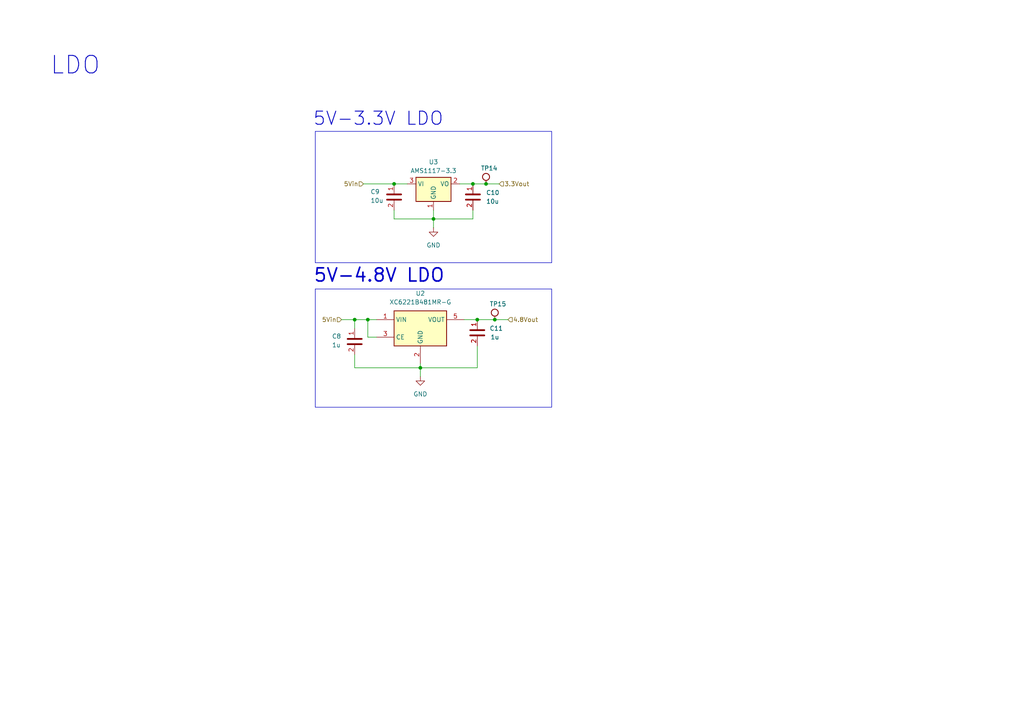
<source format=kicad_sch>
(kicad_sch (version 20250114) (generator "eeschema") (generator_version "9.0")
  (paper "A4")
  (lib_symbols
    (symbol ".Test-Point:RH-5015" (pin_numbers (hide yes)) (pin_names (hide yes))
      (property "Reference" "TP" (at 0 -15.24 0))
      (property "Value" "RH-5015" (at 0 -11.43 0))
      (symbol "RH-5015_1_1"
        (circle (center 0 2.032) (radius 1.016) (stroke (width 0.254)))
        (pin passive line (at 0 0 90) (length 0.9906) (name "1") (number "1"))
      )
    )
    (symbol "BFR Capacitors:CL10A105KB8NNNC"
      (property "Reference" "C" (at 0 2.54 0))
      (property "Value" "1u" (at 1.27 2.54 0))
      (symbol "CL10A105KB8NNNC_0_1"
        (polyline (pts (xy -2.032 0.762) (xy 2.032 0.762)) (stroke (width 0.508)))
        (polyline (pts (xy -2.032 -0.762) (xy 2.032 -0.762)) (stroke (width 0.508)))
      )
      (symbol "CL10A105KB8NNNC_1_1"
        (pin passive line (at 0 3.81 270) (length 2.794) (name "~") (number "1"))
        (pin passive line (at 0 -3.81 90) (length 2.794) (name "~") (number "2"))
      )
    )
    (symbol "BFR Capacitors:CL10A106KP8NNNC"
      (property "Reference" "C" (at 0 2.54 0))
      (property "Value" "10u" (at 1.27 2.54 0))
      (symbol "CL10A106KP8NNNC_0_1"
        (polyline (pts (xy -2.032 0.762) (xy 2.032 0.762)) (stroke (width 0.508)))
        (polyline (pts (xy -2.032 -0.762) (xy 2.032 -0.762)) (stroke (width 0.508)))
      )
      (symbol "CL10A106KP8NNNC_1_1"
        (pin passive line (at 0 3.81 270) (length 2.794) (name "~") (number "1"))
        (pin passive line (at 0 -3.81 90) (length 2.794) (name "~") (number "2"))
      )
    )
    (symbol "BFR Power ICs:AMS1117-3.3"
      (property "Reference" "U?" (at 0 6.35 0))
      (property "Value" "AMS1117-3.3" (at -6.35 3.81 0))
      (symbol "AMS1117-3.3_0_1"
        (rectangle (start -5.08 1.905) (end 5.08 -5.08) (stroke (width 0.254)) (fill (type background)))
      )
      (symbol "AMS1117-3.3_1_1"
        (pin power_in line (at -7.62 0 0) (length 2.54) (name "VI") (number "3"))
        (pin power_in line (at 0 -7.62 90) (length 2.54) (name "GND") (number "1"))
        (pin power_out line (at 7.62 0 180) (length 2.54) (name "VO") (number "2"))
      )
    )
    (symbol "Regulator_Linear:XC6220B331MR"
      (property "Reference" "U" (at 0 8.89 0))
      (property "Value" "XC6220B331MR" (at 0 6.35 0))
      (symbol "XC6220B331MR_0_1"
        (rectangle (start -7.62 5.08) (end 7.62 -5.08) (stroke (width 0.254)) (fill (type background)))
      )
      (symbol "XC6220B331MR_1_1"
        (pin power_in line (at -12.7 2.54 0) (length 5.08) (name "VIN") (number "1"))
        (pin input line (at -12.7 -2.54 0) (length 5.08) (name "CE") (number "3"))
        (pin power_in line (at 0 -10.16 90) (length 5.08) (name "GND") (number "2"))
        (pin no_connect line (at 7.62 -2.54 180) (length 5.08) (hide yes) (name "NC") (number "4"))
        (pin power_out line (at 12.7 2.54 180) (length 5.08) (name "VOUT") (number "5"))
      )
    )
    (symbol "power:GND" (power) (pin_numbers (hide yes)) (pin_names (offset 0) (hide yes))
      (property "Value" "GND" (at 0 -3.81 0))
      (symbol "GND_0_1"
        (polyline (pts (xy 0 0) (xy 0 -1.27) (xy 1.27 -1.27) (xy 0 -2.54) (xy -1.27 -1.27) (xy 0 -1.27)))
      )
      (symbol "GND_1_1"
        (pin power_in line (at 0 0 270) (length 0) (name "~") (number "1"))
      )
    )
  )
  (rectangle (start 91.44 83.82) (end 160.02 118.11))
  (rectangle (start 91.44 38.1) (end 160.02 76.2))
  (text "5V-4.8V LDO\n" (at 109.982 80.01 0) (effects (font (size 3.81 3.81) (thickness 0.4763))))
  (text "LDO" (at 21.844 19.05 0) (effects (font (size 5.08 5.08) (thickness 0.254) (bold yes))))
  (text "5V-3.3V LDO\n" (at 109.728 34.544 0) (effects (font (size 3.81 3.81) (thickness 0.254) (bold yes))))
  (junction (at 125.73 63.5))
  (junction (at 138.43 92.71))
  (junction (at 137.16 53.34))
  (junction (at 114.3 53.34))
  (junction (at 121.92 106.68))
  (junction (at 143.51 92.71))
  (junction (at 106.68 92.71))
  (junction (at 102.87 92.71))
  (junction (at 140.97 53.34))
  (wire (pts (xy 138.43 100.33) (xy 138.43 106.68)))
  (wire (pts (xy 121.92 106.68) (xy 121.92 109.22)))
  (wire (pts (xy 125.73 63.5) (xy 125.73 66.04)))
  (wire (pts (xy 137.16 63.5) (xy 125.73 63.5)))
  (wire (pts (xy 114.3 63.5) (xy 125.73 63.5)))
  (wire (pts (xy 102.87 92.71) (xy 102.87 95.25)))
  (wire (pts (xy 137.16 60.96) (xy 137.16 63.5)))
  (wire (pts (xy 144.78 53.34) (xy 140.97 53.34)))
  (wire (pts (xy 138.43 106.68) (xy 121.92 106.68)))
  (wire (pts (xy 125.73 60.96) (xy 125.73 63.5)))
  (wire (pts (xy 134.62 92.71) (xy 138.43 92.71)))
  (wire (pts (xy 147.32 92.71) (xy 143.51 92.71)))
  (wire (pts (xy 114.3 53.34) (xy 118.11 53.34)))
  (wire (pts (xy 106.68 92.71) (xy 109.22 92.71)))
  (wire (pts (xy 133.35 53.34) (xy 137.16 53.34)))
  (wire (pts (xy 102.87 106.68) (xy 121.92 106.68)))
  (wire (pts (xy 99.06 92.71) (xy 102.87 92.71)))
  (wire (pts (xy 109.22 97.79) (xy 106.68 97.79)))
  (wire (pts (xy 140.97 53.34) (xy 137.16 53.34)))
  (wire (pts (xy 102.87 92.71) (xy 106.68 92.71)))
  (wire (pts (xy 106.68 97.79) (xy 106.68 92.71)))
  (wire (pts (xy 105.41 53.34) (xy 114.3 53.34)))
  (wire (pts (xy 138.43 92.71) (xy 143.51 92.71)))
  (wire (pts (xy 102.87 102.87) (xy 102.87 106.68)))
  (wire (pts (xy 121.92 105.41) (xy 121.92 106.68)))
  (wire (pts (xy 114.3 60.96) (xy 114.3 63.5)))
  (hierarchical_label "5Vin" (shape input) (at 99.06 92.71 180))
  (hierarchical_label "5Vin" (shape input) (at 105.41 53.34 180))
  (hierarchical_label "3.3Vout" (shape input) (at 144.78 53.34 0))
  (hierarchical_label "4.8Vout" (shape input) (at 147.32 92.71 0))
  (symbol (lib_id "BFR Power ICs:AMS1117-3.3") (at 125.73 53.34 0) (unit 1)
    (property "Reference" "U3" (at 125.73 46.99 0))
    (property "Value" "AMS1117-3.3" (at 125.73 49.53 0))
    (property "Footprint" "Package_TO_SOT_SMD:SOT-223-3_TabPin2" (effects (hide yes)))
    (property "Datasheet" "http://www.advanced-monolithic.com/pdf/ds1117.pdf" (effects (hide yes)))
    (property "Description" "3.3V 1A JLCPCB Basic SOT-223 LDO" (effects (hide yes)))
    (property "Sim.Library" "${BFRUH_DIR}\\Electronics\\spice_models\\bfr_power_ics\\AMS1117-3.3.lib" (effects (hide yes)))
    (property "Sim.Name" "LM1117_N_1P8_TRANS" (effects (hide yes)))
    (property "Sim.Device" "SUBCKT" (effects (hide yes)))
    (property "Sim.Pins" "1=GND 2=OUT 3=IN" (effects (hide yes)))
    (property "Pretty Name" "3.3V 1A SOT-223 LDO" (effects (hide yes)))
    (property "Order From" "LCSC" (effects (hide yes)))
    (property "Digikey P/N" "5272-AMS1117-3.3CT-ND" (effects (hide yes)))
    (property "Mouser P/N" "637-LDI1117-3.3H" (effects (hide yes)))
    (property "LCSC P/N" "C6186" (effects (hide yes)))
    (property "JLCPCB Basic Part" "Yes" (effects (hide yes)))
    (property "Created by" "Manual entry" (effects (hide yes)))
  )
  (symbol (lib_id "power:GND") (at 121.92 109.22 0) (unit 1)
    (property "Reference" "#PWR023" (effects (hide yes)))
    (property "Value" "GND" (at 121.92 114.3 0))
    (property "Description" "Power symbol creates a global label with name \"GND\" , ground" (effects (hide yes)))
  )
  (symbol (lib_id "BFR Capacitors:CL10A105KB8NNNC") (at 138.43 96.52 0) (unit 1)
    (property "Reference" "C11" (at 141.986 95.25 0) (effects (justify left)))
    (property "Value" "1u" (at 142.24 97.7899 0) (effects (justify left)))
    (property "Footprint" "Capacitor_SMD:C_0603_1608Metric_Pad1.08x0.95mm_HandSolder" (effects (hide yes)))
    (property "Description" "1uF±10% X5R 50V JLCPCB Basic 0603 Capacitor" (effects (hide yes)))
    (property "Sim.Device" "SUBCKT" (effects (hide yes)))
    (property "Sim.Pins" "1=P1 2=P2" (effects (hide yes)))
    (property "Sim.Library" "${BFRUH_DIR}/Electronics/spice_models/bfr_capacitors/CL10A105KB8NNNC.lib" (effects (hide yes)))
    (property "Sim.Name" "CL10A105KB8NNNC" (effects (hide yes)))
    (property "Pretty Name" "1uF X5R 50V 0603 Capacitor" (effects (hide yes)))
    (property "Order From" "LCSC" (effects (hide yes)))
    (property "LCSC P/N" "C15849" (effects (hide yes)))
    (property "JLCPCB Basic Part" "Yes" (effects (hide yes)))
    (property "Created by" "capacitor_generator.py script using jlcbasic_additional_capacitor_spec.txt" (effects (hide yes)))
  )
  (symbol (lib_id "BFR Capacitors:CL10A106KP8NNNC") (at 114.3 57.15 0) (unit 1)
    (property "Reference" "C9" (at 107.442 55.626 0) (effects (justify left)))
    (property "Value" "10u" (at 107.442 58.166 0) (effects (justify left)))
    (property "Footprint" "Capacitor_SMD:C_0603_1608Metric_Pad1.08x0.95mm_HandSolder" (effects (hide yes)))
    (property "Description" "10uF±10% X5R 10V JLCPCB Basic 0603 Capacitor" (effects (hide yes)))
    (property "Sim.Device" "SUBCKT" (effects (hide yes)))
    (property "Sim.Pins" "1=P1 2=P2" (effects (hide yes)))
    (property "Sim.Library" "${BFRUH_DIR}/Electronics/spice_models/bfr_capacitors/CL10A106KP8NNNC.lib" (effects (hide yes)))
    (property "Sim.Name" "CL10A106KP8NNNC" (effects (hide yes)))
    (property "Pretty Name" "10uF X5R 10V 0603 Capacitor" (effects (hide yes)))
    (property "Order From" "LCSC" (effects (hide yes)))
    (property "LCSC P/N" "C19702" (effects (hide yes)))
    (property "JLCPCB Basic Part" "Yes" (effects (hide yes)))
    (property "Created by" "capacitor_generator.py script using jlcbasic_additional_capacitor_spec.txt" (effects (hide yes)))
  )
  (symbol (lib_id "BFR Capacitors:CL10A106KP8NNNC") (at 137.16 57.15 0) (unit 1)
    (property "Reference" "C10" (at 140.97 55.8799 0) (effects (justify left)))
    (property "Value" "10u" (at 140.97 58.4199 0) (effects (justify left)))
    (property "Footprint" "Capacitor_SMD:C_0603_1608Metric_Pad1.08x0.95mm_HandSolder" (effects (hide yes)))
    (property "Description" "10uF±10% X5R 10V JLCPCB Basic 0603 Capacitor" (effects (hide yes)))
    (property "Sim.Device" "SUBCKT" (effects (hide yes)))
    (property "Sim.Pins" "1=P1 2=P2" (effects (hide yes)))
    (property "Sim.Library" "${BFRUH_DIR}/Electronics/spice_models/bfr_capacitors/CL10A106KP8NNNC.lib" (effects (hide yes)))
    (property "Sim.Name" "CL10A106KP8NNNC" (effects (hide yes)))
    (property "Pretty Name" "10uF X5R 10V 0603 Capacitor" (effects (hide yes)))
    (property "Order From" "LCSC" (effects (hide yes)))
    (property "LCSC P/N" "C19702" (effects (hide yes)))
    (property "JLCPCB Basic Part" "Yes" (effects (hide yes)))
    (property "Created by" "capacitor_generator.py script using jlcbasic_additional_capacitor_spec.txt" (effects (hide yes)))
  )
  (symbol (lib_id "Regulator_Linear:XC6220B331MR") (at 121.92 95.25 0) (unit 1)
    (property "Reference" "U2" (at 121.92 85.09 0))
    (property "Value" "XC6221B481MR-G" (at 121.92 87.63 0))
    (property "Footprint" "Package_TO_SOT_SMD:SOT-23-5" (effects (hide yes)))
    (property "Datasheet" "https://product.torexsemi.com/system/files/series/xc6221.pdf" (effects (hide yes)))
    (property "Mouser P/N" "865-XC6221B481MR-G" (effects (hide yes)))
  )
  (symbol (lib_id ".Test-Point:RH-5015") (at 140.97 53.34 0) (unit 1)
    (property "Reference" "TP14" (at 139.4468 48.0837 0) (effects (justify left top)))
    (property "Value" "RH-5015" (effects (hide yes)))
    (property "Footprint" "TestPoint:TestPoint_Keystone_5015_Micro_Mini" (effects (hide yes)))
    (property "Datasheet" "https://wmsc.lcsc.com/wmsc/upload/file/pdf/v2/lcsc/2310260935_ronghe-RH-5015_C5199798.pdf" (effects (hide yes)))
    (property "Description" "Surface-mount grabby test point" (effects (hide yes)))
    (property "Link" "https://jlcpcb.com/partdetail/Ronghe-RH5015/C5199798" (effects (hide yes)))
    (property "Digikey P/N" "36-5015CT-ND" (effects (hide yes)))
    (property "Mouser P/N" "534-5015" (effects (hide yes)))
    (property "LCSC P/N" "C5199798" (effects (hide yes)))
    (property "Manufacturer" "Ronghe" (effects (hide yes)))
    (property "Manufacturer P/N" "RH-5015" (effects (hide yes)))
    (property "LCSC Part #" "C5199798" (effects (hide yes)))
  )
  (symbol (lib_id "power:GND") (at 125.73 66.04 0) (unit 1)
    (property "Reference" "#PWR024" (effects (hide yes)))
    (property "Value" "GND" (at 125.73 71.12 0))
    (property "Description" "Power symbol creates a global label with name \"GND\" , ground" (effects (hide yes)))
  )
  (symbol (lib_id ".Test-Point:RH-5015") (at 143.51 92.71 0) (unit 1)
    (property "Reference" "TP15" (at 141.9868 87.4537 0) (effects (justify left top)))
    (property "Value" "RH-5015" (effects (hide yes)))
    (property "Footprint" "TestPoint:TestPoint_Keystone_5015_Micro_Mini" (effects (hide yes)))
    (property "Datasheet" "https://wmsc.lcsc.com/wmsc/upload/file/pdf/v2/lcsc/2310260935_ronghe-RH-5015_C5199798.pdf" (effects (hide yes)))
    (property "Description" "Surface-mount grabby test point" (effects (hide yes)))
    (property "Link" "https://jlcpcb.com/partdetail/Ronghe-RH5015/C5199798" (effects (hide yes)))
    (property "Digikey P/N" "36-5015CT-ND" (effects (hide yes)))
    (property "Mouser P/N" "534-5015" (effects (hide yes)))
    (property "LCSC P/N" "C5199798" (effects (hide yes)))
    (property "Manufacturer" "Ronghe" (effects (hide yes)))
    (property "Manufacturer P/N" "RH-5015" (effects (hide yes)))
    (property "LCSC Part #" "C5199798" (effects (hide yes)))
  )
  (symbol (lib_id "BFR Capacitors:CL10A105KB8NNNC") (at 102.87 99.06 0) (unit 1)
    (property "Reference" "C8" (at 96.266 97.536 0) (effects (justify left)))
    (property "Value" "1u" (at 96.266 100.076 0) (effects (justify left)))
    (property "Footprint" "Capacitor_SMD:C_0603_1608Metric_Pad1.08x0.95mm_HandSolder" (effects (hide yes)))
    (property "Description" "1uF±10% X5R 50V JLCPCB Basic 0603 Capacitor" (effects (hide yes)))
    (property "Sim.Device" "SUBCKT" (effects (hide yes)))
    (property "Sim.Pins" "1=P1 2=P2" (effects (hide yes)))
    (property "Sim.Library" "${BFRUH_DIR}/Electronics/spice_models/bfr_capacitors/CL10A105KB8NNNC.lib" (effects (hide yes)))
    (property "Sim.Name" "CL10A105KB8NNNC" (effects (hide yes)))
    (property "Pretty Name" "1uF X5R 50V 0603 Capacitor" (effects (hide yes)))
    (property "Order From" "LCSC" (effects (hide yes)))
    (property "LCSC P/N" "C15849" (effects (hide yes)))
    (property "JLCPCB Basic Part" "Yes" (effects (hide yes)))
    (property "Created by" "capacitor_generator.py script using jlcbasic_additional_capacitor_spec.txt" (effects (hide yes)))
  )
)
</source>
